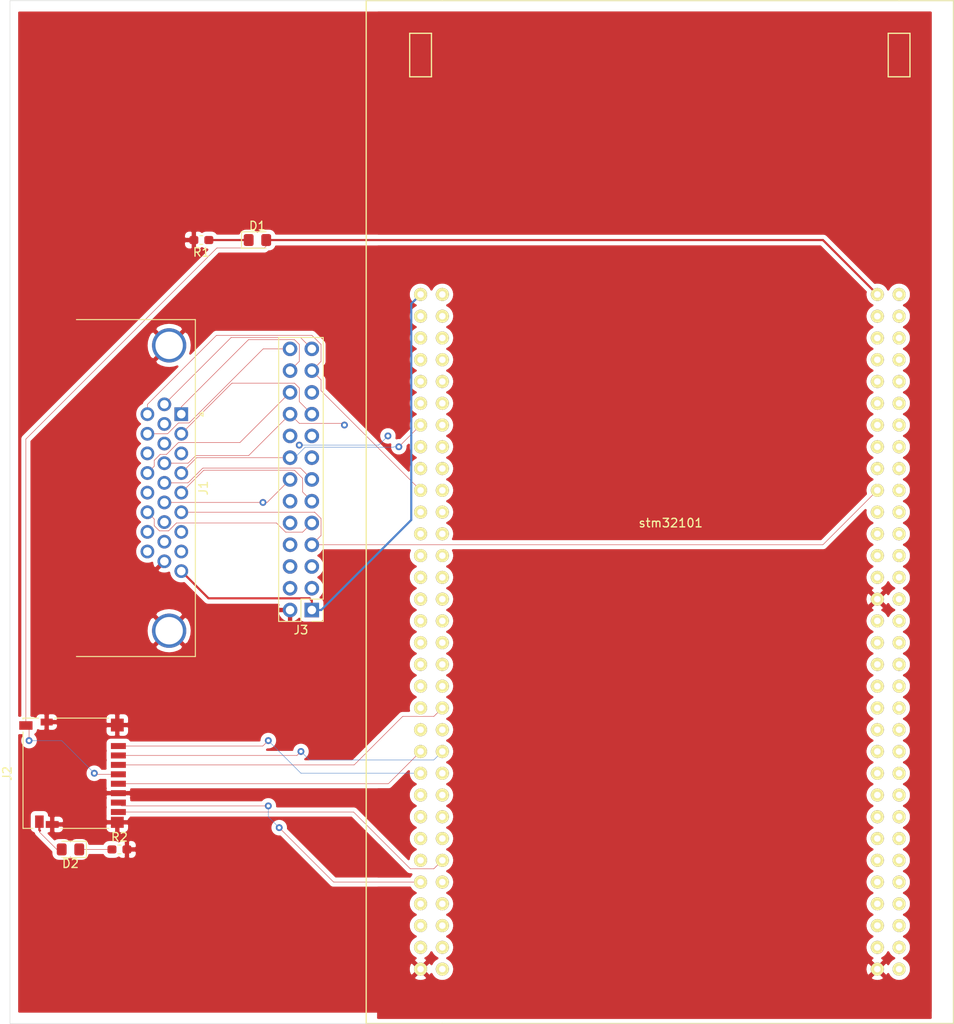
<source format=kicad_pcb>
(kicad_pcb (version 20171130) (host pcbnew 5.1.5+dfsg1-2build2)
  (layers (0 F.Cu signal) (1 In1.Cu signal) (2 In2.Cu signal) (31 B.Cu signal) (34 B.Paste user) (35 F.Paste user) (36 B.SilkS user) (37 F.SilkS user) (38 B.Mask user) (39 F.Mask user) (44 Edge.Cuts user))
  (net 0 "")
  (net 1 GND)
  (net 2 /I2C1_SDA)
  (net 3 /I2C1_SCL)
  (net 4 "Net-(J1-Pad8)")
  (net 5 "Net-(J1-Pad7)")
  (net 6 "Net-(D1-Pad1)")
  (net 7 "Net-(D2-Pad1)")
  (net 8 /SD_DET)
  (net 9 "Net-(J3-Pad10)")
  (net 10 "Net-(J3-Pad8)")
  (net 11 "Net-(J3-Pad6)")
  (net 12 "Net-(J3-Pad5)")
  (net 13 "Net-(J3-Pad4)")
  (net 14 "Net-(J3-Pad3)")
  (net 15 /I2C2_SCL)
  (net 16 /I2C2_SDA)
  (net 17 /PA7)
  (net 18 /PA4)
  (net 19 /PA5)
  (net 20 /PA2)
  (net 21 /PA3)
  (net 22 /PE2)
  (net 23 /PE6)
  (net 24 /PB4)
  (net 25 /PE5)
  (net 26 /SD_DETA)
  (net 27 /PC10)
  (net 28 /PC11)
  (net 29 /PC8)
  (net 30 /PC9)
  (net 31 /PA9)
  (net 32 /PA10)
  (net 33 /PC12)
  (net 34 /PD2)
  (net 35 /PE4)
  (net 36 VCC)
  (net 37 /CAN1_RX)
  (net 38 /CAN1_TX)
  (net 39 "Net-(J1-Pad26)")
  (net 40 "Net-(J1-Pad25)")
  (net 41 "Net-(J1-Pad17)")
  (net 42 "Net-(J1-Pad16)")
  (net 43 "Net-(stm32101-Pad128)")
  (net 44 "Net-(stm32101-Pad66)")
  (net 45 "Net-(stm32101-Pad126)")
  (net 46 "Net-(stm32101-Pad125)")
  (net 47 "Net-(stm32101-Pad124)")
  (net 48 "Net-(stm32101-Pad123)")
  (net 49 "Net-(stm32101-Pad122)")
  (net 50 "Net-(stm32101-Pad121)")
  (net 51 "Net-(stm32101-Pad120)")
  (net 52 "Net-(stm32101-Pad119)")
  (net 53 "Net-(stm32101-Pad118)")
  (net 54 "Net-(stm32101-Pad117)")
  (net 55 "Net-(stm32101-Pad116)")
  (net 56 "Net-(stm32101-Pad115)")
  (net 57 "Net-(stm32101-Pad114)")
  (net 58 "Net-(stm32101-Pad113)")
  (net 59 "Net-(stm32101-Pad110)")
  (net 60 "Net-(stm32101-Pad109)")
  (net 61 "Net-(stm32101-Pad108)")
  (net 62 "Net-(stm32101-Pad107)")
  (net 63 "Net-(stm32101-Pad106)")
  (net 64 "Net-(stm32101-Pad105)")
  (net 65 "Net-(stm32101-Pad104)")
  (net 66 "Net-(stm32101-Pad103)")
  (net 67 "Net-(stm32101-Pad102)")
  (net 68 "Net-(stm32101-Pad101)")
  (net 69 "Net-(stm32101-Pad100)")
  (net 70 "Net-(stm32101-Pad99)")
  (net 71 "Net-(stm32101-Pad98)")
  (net 72 "Net-(stm32101-Pad97)")
  (net 73 "Net-(stm32101-Pad96)")
  (net 74 "Net-(stm32101-Pad95)")
  (net 75 "Net-(stm32101-Pad94)")
  (net 76 "Net-(stm32101-Pad92)")
  (net 77 "Net-(stm32101-Pad91)")
  (net 78 "Net-(stm32101-Pad90)")
  (net 79 "Net-(stm32101-Pad89)")
  (net 80 "Net-(stm32101-Pad88)")
  (net 81 "Net-(stm32101-Pad82)")
  (net 82 "Net-(stm32101-Pad81)")
  (net 83 "Net-(stm32101-Pad80)")
  (net 84 "Net-(stm32101-Pad79)")
  (net 85 "Net-(stm32101-Pad78)")
  (net 86 "Net-(stm32101-Pad77)")
  (net 87 "Net-(stm32101-Pad76)")
  (net 88 "Net-(stm32101-Pad75)")
  (net 89 "Net-(stm32101-Pad74)")
  (net 90 "Net-(stm32101-Pad73)")
  (net 91 "Net-(stm32101-Pad72)")
  (net 92 "Net-(stm32101-Pad71)")
  (net 93 "Net-(stm32101-Pad70)")
  (net 94 "Net-(stm32101-Pad69)")
  (net 95 "Net-(stm32101-Pad68)")
  (net 96 "Net-(stm32101-Pad67)")
  (net 97 "Net-(stm32101-Pad64)")
  (net 98 "Net-(stm32101-Pad62)")
  (net 99 "Net-(stm32101-Pad61)")
  (net 100 "Net-(stm32101-Pad60)")
  (net 101 "Net-(stm32101-Pad59)")
  (net 102 "Net-(stm32101-Pad58)")
  (net 103 "Net-(stm32101-Pad57)")
  (net 104 "Net-(stm32101-Pad56)")
  (net 105 "Net-(stm32101-Pad53)")
  (net 106 "Net-(stm32101-Pad48)")
  (net 107 "Net-(stm32101-Pad47)")
  (net 108 "Net-(stm32101-Pad46)")
  (net 109 "Net-(stm32101-Pad42)")
  (net 110 "Net-(stm32101-Pad41)")
  (net 111 "Net-(stm32101-Pad39)")
  (net 112 "Net-(stm32101-Pad38)")
  (net 113 "Net-(stm32101-Pad37)")
  (net 114 "Net-(stm32101-Pad36)")
  (net 115 "Net-(stm32101-Pad35)")
  (net 116 "Net-(stm32101-Pad34)")
  (net 117 "Net-(stm32101-Pad33)")
  (net 118 "Net-(stm32101-Pad32)")
  (net 119 "Net-(stm32101-Pad31)")
  (net 120 "Net-(stm32101-Pad30)")
  (net 121 "Net-(stm32101-Pad29)")
  (net 122 "Net-(stm32101-Pad28)")
  (net 123 "Net-(stm32101-Pad27)")
  (net 124 "Net-(stm32101-Pad26)")
  (net 125 "Net-(stm32101-Pad23)")
  (net 126 "Net-(stm32101-Pad22)")
  (net 127 "Net-(stm32101-Pad21)")
  (net 128 "Net-(stm32101-Pad20)")
  (net 129 "Net-(stm32101-Pad18)")
  (net 130 "Net-(stm32101-Pad17)")
  (net 131 "Net-(stm32101-Pad16)")
  (net 132 "Net-(stm32101-Pad12)")
  (net 133 "Net-(stm32101-Pad10)")
  (net 134 "Net-(stm32101-Pad9)")
  (net 135 "Net-(stm32101-Pad8)")
  (net 136 "Net-(stm32101-Pad7)")
  (net 137 "Net-(stm32101-Pad6)")
  (net 138 "Net-(stm32101-Pad5)")
  (net 139 "Net-(stm32101-Pad4)")
  (net 140 "Net-(stm32101-Pad3)")
  (net 141 "Net-(stm32101-Pad2)")
  (module LED_SMD:LED_0805_2012Metric_Pad1.15x1.40mm_HandSolder (layer F.Cu) (at 67.065 127 180)
    (fp_text reference D2 (at 0 -1.65) (layer F.SilkS))
    (fp_text value LED)
    (fp_line (start -1.86 0.96) (end 1 0.96) (layer F.SilkS) (width 0.12))
    (fp_line (start -1.86 -0.96) (end -1.86 0.96) (layer F.SilkS) (width 0.12))
    (fp_line (start 1 -0.96) (end -1.86 -0.96) (layer F.SilkS) (width 0.12))
    (pad 2 smd roundrect (at 1.025 0 180) (size 1.15 1.4) (layers F.Cu F.Paste F.Mask) (roundrect_rratio 0.217391) (net 8 /SD_DET))
    (pad 1 smd roundrect (at -1.025 0 180) (size 1.15 1.4) (layers F.Cu F.Paste F.Mask) (roundrect_rratio 0.217391) (net 7 "Net-(D2-Pad1)"))
  )
  (module stm32:stm32f429i-disco (layer F.Cu) (at 137.16 87.63)
    (fp_text reference stm32101 (at 0 1.27) (layer F.SilkS))
    (fp_text value STM32F429i-Discovery)
    (fp_line (start -26.67 -59.69) (end 26.67 -59.69) (layer F.SilkS) (width 0.15))
    (fp_line (start 26.67 59.69) (end -26.67 59.69) (layer F.SilkS) (width 0.15))
    (fp_line (start -30.48 -55.88) (end -27.94 -55.88) (layer F.SilkS) (width 0.15))
    (fp_line (start -27.94 -55.88) (end -27.94 -50.8) (layer F.SilkS) (width 0.15))
    (fp_line (start -27.94 -50.8) (end -30.48 -50.8) (layer F.SilkS) (width 0.15))
    (fp_line (start -30.48 -50.8) (end -30.48 -55.88) (layer F.SilkS) (width 0.15))
    (fp_line (start 27.94 -55.88) (end 27.94 -50.8) (layer F.SilkS) (width 0.15))
    (fp_line (start 27.94 -50.8) (end 25.4 -50.8) (layer F.SilkS) (width 0.15))
    (fp_line (start 25.4 -50.8) (end 25.4 -55.88) (layer F.SilkS) (width 0.15))
    (fp_line (start 25.4 -55.88) (end 27.94 -55.88) (layer F.SilkS) (width 0.15))
    (fp_line (start 33.02 -59.69) (end 26.67 -59.69) (layer F.SilkS) (width 0.15))
    (fp_line (start 33.02 59.69) (end 33.02 -59.69) (layer F.SilkS) (width 0.15))
    (fp_line (start 26.67 59.69) (end 33.02 59.69) (layer F.SilkS) (width 0.15))
    (fp_line (start -35.56 -59.69) (end -26.67 -59.69) (layer F.SilkS) (width 0.15))
    (fp_line (start -35.56 59.69) (end -35.56 -59.69) (layer F.SilkS) (width 0.15))
    (fp_line (start -26.67 59.69) (end -35.56 59.69) (layer F.SilkS) (width 0.15))
    (pad 128 thru_hole circle (at 26.67 53.34) (size 1.524 1.524) (drill 0.762) (layers *.Cu *.Mask F.SilkS) (net 43 "Net-(stm32101-Pad128)"))
    (pad 127 thru_hole circle (at 24.13 53.34) (size 1.524 1.524) (drill 0.762) (layers *.Cu *.Mask F.SilkS) (net 1 GND))
    (pad 126 thru_hole circle (at 26.67 50.8) (size 1.524 1.524) (drill 0.762) (layers *.Cu *.Mask F.SilkS) (net 45 "Net-(stm32101-Pad126)"))
    (pad 125 thru_hole circle (at 24.13 50.8) (size 1.524 1.524) (drill 0.762) (layers *.Cu *.Mask F.SilkS) (net 46 "Net-(stm32101-Pad125)"))
    (pad 124 thru_hole circle (at 26.67 48.26) (size 1.524 1.524) (drill 0.762) (layers *.Cu *.Mask F.SilkS) (net 47 "Net-(stm32101-Pad124)"))
    (pad 123 thru_hole circle (at 24.13 48.26) (size 1.524 1.524) (drill 0.762) (layers *.Cu *.Mask F.SilkS) (net 48 "Net-(stm32101-Pad123)"))
    (pad 122 thru_hole circle (at 26.67 45.72) (size 1.524 1.524) (drill 0.762) (layers *.Cu *.Mask F.SilkS) (net 49 "Net-(stm32101-Pad122)"))
    (pad 121 thru_hole circle (at 24.13 45.72) (size 1.524 1.524) (drill 0.762) (layers *.Cu *.Mask F.SilkS) (net 50 "Net-(stm32101-Pad121)"))
    (pad 120 thru_hole circle (at 26.67 43.18) (size 1.524 1.524) (drill 0.762) (layers *.Cu *.Mask F.SilkS) (net 51 "Net-(stm32101-Pad120)"))
    (pad 119 thru_hole circle (at 24.13 43.18) (size 1.524 1.524) (drill 0.762) (layers *.Cu *.Mask F.SilkS) (net 52 "Net-(stm32101-Pad119)"))
    (pad 118 thru_hole circle (at 26.67 40.64) (size 1.524 1.524) (drill 0.762) (layers *.Cu *.Mask F.SilkS) (net 53 "Net-(stm32101-Pad118)"))
    (pad 117 thru_hole circle (at 24.13 40.64) (size 1.524 1.524) (drill 0.762) (layers *.Cu *.Mask F.SilkS) (net 54 "Net-(stm32101-Pad117)"))
    (pad 116 thru_hole circle (at 26.67 38.1) (size 1.524 1.524) (drill 0.762) (layers *.Cu *.Mask F.SilkS) (net 55 "Net-(stm32101-Pad116)"))
    (pad 115 thru_hole circle (at 24.13 38.1) (size 1.524 1.524) (drill 0.762) (layers *.Cu *.Mask F.SilkS) (net 56 "Net-(stm32101-Pad115)"))
    (pad 114 thru_hole circle (at 26.67 35.56) (size 1.524 1.524) (drill 0.762) (layers *.Cu *.Mask F.SilkS) (net 57 "Net-(stm32101-Pad114)"))
    (pad 113 thru_hole circle (at 24.13 35.56) (size 1.524 1.524) (drill 0.762) (layers *.Cu *.Mask F.SilkS) (net 58 "Net-(stm32101-Pad113)"))
    (pad 112 thru_hole circle (at 26.67 33.02) (size 1.524 1.524) (drill 0.762) (layers *.Cu *.Mask F.SilkS) (net 15 /I2C2_SCL))
    (pad 111 thru_hole circle (at 24.13 33.02) (size 1.524 1.524) (drill 0.762) (layers *.Cu *.Mask F.SilkS) (net 16 /I2C2_SDA))
    (pad 110 thru_hole circle (at 26.67 30.48) (size 1.524 1.524) (drill 0.762) (layers *.Cu *.Mask F.SilkS) (net 59 "Net-(stm32101-Pad110)"))
    (pad 109 thru_hole circle (at 24.13 30.48) (size 1.524 1.524) (drill 0.762) (layers *.Cu *.Mask F.SilkS) (net 60 "Net-(stm32101-Pad109)"))
    (pad 108 thru_hole circle (at 26.67 27.94) (size 1.524 1.524) (drill 0.762) (layers *.Cu *.Mask F.SilkS) (net 61 "Net-(stm32101-Pad108)"))
    (pad 107 thru_hole circle (at 24.13 27.94) (size 1.524 1.524) (drill 0.762) (layers *.Cu *.Mask F.SilkS) (net 62 "Net-(stm32101-Pad107)"))
    (pad 106 thru_hole circle (at 26.67 25.4) (size 1.524 1.524) (drill 0.762) (layers *.Cu *.Mask F.SilkS) (net 63 "Net-(stm32101-Pad106)"))
    (pad 105 thru_hole circle (at 24.13 25.4) (size 1.524 1.524) (drill 0.762) (layers *.Cu *.Mask F.SilkS) (net 64 "Net-(stm32101-Pad105)"))
    (pad 104 thru_hole circle (at 26.67 22.86) (size 1.524 1.524) (drill 0.762) (layers *.Cu *.Mask F.SilkS) (net 65 "Net-(stm32101-Pad104)"))
    (pad 103 thru_hole circle (at 24.13 22.86) (size 1.524 1.524) (drill 0.762) (layers *.Cu *.Mask F.SilkS) (net 66 "Net-(stm32101-Pad103)"))
    (pad 102 thru_hole circle (at 26.67 20.32) (size 1.524 1.524) (drill 0.762) (layers *.Cu *.Mask F.SilkS) (net 67 "Net-(stm32101-Pad102)"))
    (pad 101 thru_hole circle (at 24.13 20.32) (size 1.524 1.524) (drill 0.762) (layers *.Cu *.Mask F.SilkS) (net 68 "Net-(stm32101-Pad101)"))
    (pad 100 thru_hole circle (at 26.67 17.78) (size 1.524 1.524) (drill 0.762) (layers *.Cu *.Mask F.SilkS) (net 69 "Net-(stm32101-Pad100)"))
    (pad 99 thru_hole circle (at 24.13 17.78) (size 1.524 1.524) (drill 0.762) (layers *.Cu *.Mask F.SilkS) (net 70 "Net-(stm32101-Pad99)"))
    (pad 98 thru_hole circle (at 26.67 15.24) (size 1.524 1.524) (drill 0.762) (layers *.Cu *.Mask F.SilkS) (net 71 "Net-(stm32101-Pad98)"))
    (pad 97 thru_hole circle (at 24.13 15.24) (size 1.524 1.524) (drill 0.762) (layers *.Cu *.Mask F.SilkS) (net 72 "Net-(stm32101-Pad97)"))
    (pad 96 thru_hole circle (at 26.67 12.7) (size 1.524 1.524) (drill 0.762) (layers *.Cu *.Mask F.SilkS) (net 73 "Net-(stm32101-Pad96)"))
    (pad 95 thru_hole circle (at 24.13 12.7) (size 1.524 1.524) (drill 0.762) (layers *.Cu *.Mask F.SilkS) (net 74 "Net-(stm32101-Pad95)"))
    (pad 94 thru_hole circle (at 26.67 10.16) (size 1.524 1.524) (drill 0.762) (layers *.Cu *.Mask F.SilkS) (net 75 "Net-(stm32101-Pad94)"))
    (pad 93 thru_hole circle (at 24.13 10.16) (size 1.524 1.524) (drill 0.762) (layers *.Cu *.Mask F.SilkS) (net 1 GND))
    (pad 92 thru_hole circle (at 26.67 7.62) (size 1.524 1.524) (drill 0.762) (layers *.Cu *.Mask F.SilkS) (net 76 "Net-(stm32101-Pad92)"))
    (pad 91 thru_hole circle (at 24.13 7.62) (size 1.524 1.524) (drill 0.762) (layers *.Cu *.Mask F.SilkS) (net 77 "Net-(stm32101-Pad91)"))
    (pad 90 thru_hole circle (at 26.67 5.08) (size 1.524 1.524) (drill 0.762) (layers *.Cu *.Mask F.SilkS) (net 78 "Net-(stm32101-Pad90)"))
    (pad 89 thru_hole circle (at 24.13 5.08) (size 1.524 1.524) (drill 0.762) (layers *.Cu *.Mask F.SilkS) (net 79 "Net-(stm32101-Pad89)"))
    (pad 88 thru_hole circle (at 26.67 2.54) (size 1.524 1.524) (drill 0.762) (layers *.Cu *.Mask F.SilkS) (net 80 "Net-(stm32101-Pad88)"))
    (pad 87 thru_hole circle (at 24.13 2.54) (size 1.524 1.524) (drill 0.762) (layers *.Cu *.Mask F.SilkS) (net 17 /PA7))
    (pad 86 thru_hole circle (at 26.67 0) (size 1.524 1.524) (drill 0.762) (layers *.Cu *.Mask F.SilkS) (net 18 /PA4))
    (pad 85 thru_hole circle (at 24.13 0) (size 1.524 1.524) (drill 0.762) (layers *.Cu *.Mask F.SilkS) (net 19 /PA5))
    (pad 84 thru_hole circle (at 26.67 -2.54) (size 1.524 1.524) (drill 0.762) (layers *.Cu *.Mask F.SilkS) (net 20 /PA2))
    (pad 83 thru_hole circle (at 24.13 -2.54) (size 1.524 1.524) (drill 0.762) (layers *.Cu *.Mask F.SilkS) (net 21 /PA3))
    (pad 82 thru_hole circle (at 26.67 -5.08) (size 1.524 1.524) (drill 0.762) (layers *.Cu *.Mask F.SilkS) (net 81 "Net-(stm32101-Pad82)"))
    (pad 81 thru_hole circle (at 24.13 -5.08) (size 1.524 1.524) (drill 0.762) (layers *.Cu *.Mask F.SilkS) (net 82 "Net-(stm32101-Pad81)"))
    (pad 80 thru_hole circle (at 26.67 -7.62) (size 1.524 1.524) (drill 0.762) (layers *.Cu *.Mask F.SilkS) (net 83 "Net-(stm32101-Pad80)"))
    (pad 79 thru_hole circle (at 24.13 -7.62) (size 1.524 1.524) (drill 0.762) (layers *.Cu *.Mask F.SilkS) (net 84 "Net-(stm32101-Pad79)"))
    (pad 78 thru_hole circle (at 26.67 -10.16) (size 1.524 1.524) (drill 0.762) (layers *.Cu *.Mask F.SilkS) (net 85 "Net-(stm32101-Pad78)"))
    (pad 77 thru_hole circle (at 24.13 -10.16) (size 1.524 1.524) (drill 0.762) (layers *.Cu *.Mask F.SilkS) (net 86 "Net-(stm32101-Pad77)"))
    (pad 76 thru_hole circle (at 26.67 -12.7) (size 1.524 1.524) (drill 0.762) (layers *.Cu *.Mask F.SilkS) (net 87 "Net-(stm32101-Pad76)"))
    (pad 75 thru_hole circle (at 24.13 -12.7) (size 1.524 1.524) (drill 0.762) (layers *.Cu *.Mask F.SilkS) (net 88 "Net-(stm32101-Pad75)"))
    (pad 74 thru_hole circle (at 26.67 -15.24) (size 1.524 1.524) (drill 0.762) (layers *.Cu *.Mask F.SilkS) (net 89 "Net-(stm32101-Pad74)"))
    (pad 73 thru_hole circle (at 24.13 -15.24) (size 1.524 1.524) (drill 0.762) (layers *.Cu *.Mask F.SilkS) (net 90 "Net-(stm32101-Pad73)"))
    (pad 72 thru_hole circle (at 26.67 -17.78) (size 1.524 1.524) (drill 0.762) (layers *.Cu *.Mask F.SilkS) (net 91 "Net-(stm32101-Pad72)"))
    (pad 71 thru_hole circle (at 24.13 -17.78) (size 1.524 1.524) (drill 0.762) (layers *.Cu *.Mask F.SilkS) (net 92 "Net-(stm32101-Pad71)"))
    (pad 70 thru_hole circle (at 26.67 -20.32) (size 1.524 1.524) (drill 0.762) (layers *.Cu *.Mask F.SilkS) (net 93 "Net-(stm32101-Pad70)"))
    (pad 69 thru_hole circle (at 24.13 -20.32) (size 1.524 1.524) (drill 0.762) (layers *.Cu *.Mask F.SilkS) (net 94 "Net-(stm32101-Pad69)"))
    (pad 68 thru_hole circle (at 26.67 -22.86) (size 1.524 1.524) (drill 0.762) (layers *.Cu *.Mask F.SilkS) (net 95 "Net-(stm32101-Pad68)"))
    (pad 67 thru_hole circle (at 24.13 -22.86) (size 1.524 1.524) (drill 0.762) (layers *.Cu *.Mask F.SilkS) (net 96 "Net-(stm32101-Pad67)"))
    (pad 66 thru_hole circle (at 26.67 -25.4) (size 1.524 1.524) (drill 0.762) (layers *.Cu *.Mask F.SilkS) (net 44 "Net-(stm32101-Pad66)"))
    (pad 65 thru_hole circle (at 24.13 -25.4) (size 1.524 1.524) (drill 0.762) (layers *.Cu *.Mask F.SilkS) (net 26 /SD_DETA))
    (pad 64 thru_hole circle (at -26.67 53.34) (size 1.524 1.524) (drill 0.762) (layers *.Cu *.Mask F.SilkS) (net 97 "Net-(stm32101-Pad64)"))
    (pad 63 thru_hole circle (at -29.21 53.34) (size 1.524 1.524) (drill 0.762) (layers *.Cu *.Mask F.SilkS) (net 1 GND))
    (pad 62 thru_hole circle (at -26.67 50.8) (size 1.524 1.524) (drill 0.762) (layers *.Cu *.Mask F.SilkS) (net 98 "Net-(stm32101-Pad62)"))
    (pad 61 thru_hole circle (at -29.21 50.8) (size 1.524 1.524) (drill 0.762) (layers *.Cu *.Mask F.SilkS) (net 99 "Net-(stm32101-Pad61)"))
    (pad 60 thru_hole circle (at -26.67 48.26) (size 1.524 1.524) (drill 0.762) (layers *.Cu *.Mask F.SilkS) (net 100 "Net-(stm32101-Pad60)"))
    (pad 59 thru_hole circle (at -29.21 48.26) (size 1.524 1.524) (drill 0.762) (layers *.Cu *.Mask F.SilkS) (net 101 "Net-(stm32101-Pad59)"))
    (pad 58 thru_hole circle (at -26.67 45.72) (size 1.524 1.524) (drill 0.762) (layers *.Cu *.Mask F.SilkS) (net 102 "Net-(stm32101-Pad58)"))
    (pad 57 thru_hole circle (at -29.21 45.72) (size 1.524 1.524) (drill 0.762) (layers *.Cu *.Mask F.SilkS) (net 103 "Net-(stm32101-Pad57)"))
    (pad 56 thru_hole circle (at -26.67 43.18) (size 1.524 1.524) (drill 0.762) (layers *.Cu *.Mask F.SilkS) (net 104 "Net-(stm32101-Pad56)"))
    (pad 55 thru_hole circle (at -29.21 43.18) (size 1.524 1.524) (drill 0.762) (layers *.Cu *.Mask F.SilkS) (net 29 /PC8))
    (pad 54 thru_hole circle (at -26.67 40.64) (size 1.524 1.524) (drill 0.762) (layers *.Cu *.Mask F.SilkS) (net 30 /PC9))
    (pad 53 thru_hole circle (at -29.21 40.64) (size 1.524 1.524) (drill 0.762) (layers *.Cu *.Mask F.SilkS) (net 105 "Net-(stm32101-Pad53)"))
    (pad 52 thru_hole circle (at -26.67 38.1) (size 1.524 1.524) (drill 0.762) (layers *.Cu *.Mask F.SilkS) (net 31 /PA9))
    (pad 51 thru_hole circle (at -29.21 38.1) (size 1.524 1.524) (drill 0.762) (layers *.Cu *.Mask F.SilkS) (net 32 /PA10))
    (pad 50 thru_hole circle (at -26.67 35.56) (size 1.524 1.524) (drill 0.762) (layers *.Cu *.Mask F.SilkS) (net 37 /CAN1_RX))
    (pad 49 thru_hole circle (at -29.21 35.56) (size 1.524 1.524) (drill 0.762) (layers *.Cu *.Mask F.SilkS) (net 38 /CAN1_TX))
    (pad 48 thru_hole circle (at -26.67 33.02) (size 1.524 1.524) (drill 0.762) (layers *.Cu *.Mask F.SilkS) (net 106 "Net-(stm32101-Pad48)"))
    (pad 47 thru_hole circle (at -29.21 33.02) (size 1.524 1.524) (drill 0.762) (layers *.Cu *.Mask F.SilkS) (net 107 "Net-(stm32101-Pad47)"))
    (pad 46 thru_hole circle (at -26.67 30.48) (size 1.524 1.524) (drill 0.762) (layers *.Cu *.Mask F.SilkS) (net 108 "Net-(stm32101-Pad46)"))
    (pad 45 thru_hole circle (at -29.21 30.48) (size 1.524 1.524) (drill 0.762) (layers *.Cu *.Mask F.SilkS) (net 27 /PC10))
    (pad 44 thru_hole circle (at -26.67 27.94) (size 1.524 1.524) (drill 0.762) (layers *.Cu *.Mask F.SilkS) (net 28 /PC11))
    (pad 43 thru_hole circle (at -29.21 27.94) (size 1.524 1.524) (drill 0.762) (layers *.Cu *.Mask F.SilkS) (net 33 /PC12))
    (pad 42 thru_hole circle (at -26.67 25.4) (size 1.524 1.524) (drill 0.762) (layers *.Cu *.Mask F.SilkS) (net 109 "Net-(stm32101-Pad42)"))
    (pad 41 thru_hole circle (at -29.21 25.4) (size 1.524 1.524) (drill 0.762) (layers *.Cu *.Mask F.SilkS) (net 110 "Net-(stm32101-Pad41)"))
    (pad 40 thru_hole circle (at -26.67 22.86) (size 1.524 1.524) (drill 0.762) (layers *.Cu *.Mask F.SilkS) (net 34 /PD2))
    (pad 39 thru_hole circle (at -29.21 22.86) (size 1.524 1.524) (drill 0.762) (layers *.Cu *.Mask F.SilkS) (net 111 "Net-(stm32101-Pad39)"))
    (pad 38 thru_hole circle (at -26.67 20.32) (size 1.524 1.524) (drill 0.762) (layers *.Cu *.Mask F.SilkS) (net 112 "Net-(stm32101-Pad38)"))
    (pad 37 thru_hole circle (at -29.21 20.32) (size 1.524 1.524) (drill 0.762) (layers *.Cu *.Mask F.SilkS) (net 113 "Net-(stm32101-Pad37)"))
    (pad 36 thru_hole circle (at -26.67 17.78) (size 1.524 1.524) (drill 0.762) (layers *.Cu *.Mask F.SilkS) (net 114 "Net-(stm32101-Pad36)"))
    (pad 35 thru_hole circle (at -29.21 17.78) (size 1.524 1.524) (drill 0.762) (layers *.Cu *.Mask F.SilkS) (net 115 "Net-(stm32101-Pad35)"))
    (pad 34 thru_hole circle (at -26.67 15.24) (size 1.524 1.524) (drill 0.762) (layers *.Cu *.Mask F.SilkS) (net 116 "Net-(stm32101-Pad34)"))
    (pad 33 thru_hole circle (at -29.21 15.24) (size 1.524 1.524) (drill 0.762) (layers *.Cu *.Mask F.SilkS) (net 117 "Net-(stm32101-Pad33)"))
    (pad 32 thru_hole circle (at -26.67 12.7) (size 1.524 1.524) (drill 0.762) (layers *.Cu *.Mask F.SilkS) (net 118 "Net-(stm32101-Pad32)"))
    (pad 31 thru_hole circle (at -29.21 12.7) (size 1.524 1.524) (drill 0.762) (layers *.Cu *.Mask F.SilkS) (net 119 "Net-(stm32101-Pad31)"))
    (pad 30 thru_hole circle (at -26.67 10.16) (size 1.524 1.524) (drill 0.762) (layers *.Cu *.Mask F.SilkS) (net 120 "Net-(stm32101-Pad30)"))
    (pad 29 thru_hole circle (at -29.21 10.16) (size 1.524 1.524) (drill 0.762) (layers *.Cu *.Mask F.SilkS) (net 121 "Net-(stm32101-Pad29)"))
    (pad 28 thru_hole circle (at -26.67 7.62) (size 1.524 1.524) (drill 0.762) (layers *.Cu *.Mask F.SilkS) (net 122 "Net-(stm32101-Pad28)"))
    (pad 27 thru_hole circle (at -29.21 7.62) (size 1.524 1.524) (drill 0.762) (layers *.Cu *.Mask F.SilkS) (net 123 "Net-(stm32101-Pad27)"))
    (pad 26 thru_hole circle (at -26.67 5.08) (size 1.524 1.524) (drill 0.762) (layers *.Cu *.Mask F.SilkS) (net 124 "Net-(stm32101-Pad26)"))
    (pad 25 thru_hole circle (at -29.21 5.08) (size 1.524 1.524) (drill 0.762) (layers *.Cu *.Mask F.SilkS) (net 24 /PB4))
    (pad 24 thru_hole circle (at -26.67 2.54) (size 1.524 1.524) (drill 0.762) (layers *.Cu *.Mask F.SilkS) (net 2 /I2C1_SDA))
    (pad 23 thru_hole circle (at -29.21 2.54) (size 1.524 1.524) (drill 0.762) (layers *.Cu *.Mask F.SilkS) (net 125 "Net-(stm32101-Pad23)"))
    (pad 22 thru_hole circle (at -26.67 0) (size 1.524 1.524) (drill 0.762) (layers *.Cu *.Mask F.SilkS) (net 126 "Net-(stm32101-Pad22)"))
    (pad 21 thru_hole circle (at -29.21 0) (size 1.524 1.524) (drill 0.762) (layers *.Cu *.Mask F.SilkS) (net 127 "Net-(stm32101-Pad21)"))
    (pad 20 thru_hole circle (at -26.67 -2.54) (size 1.524 1.524) (drill 0.762) (layers *.Cu *.Mask F.SilkS) (net 128 "Net-(stm32101-Pad20)"))
    (pad 19 thru_hole circle (at -29.21 -2.54) (size 1.524 1.524) (drill 0.762) (layers *.Cu *.Mask F.SilkS) (net 3 /I2C1_SCL))
    (pad 18 thru_hole circle (at -26.67 -5.08) (size 1.524 1.524) (drill 0.762) (layers *.Cu *.Mask F.SilkS) (net 129 "Net-(stm32101-Pad18)"))
    (pad 17 thru_hole circle (at -29.21 -5.08) (size 1.524 1.524) (drill 0.762) (layers *.Cu *.Mask F.SilkS) (net 130 "Net-(stm32101-Pad17)"))
    (pad 16 thru_hole circle (at -26.67 -7.62) (size 1.524 1.524) (drill 0.762) (layers *.Cu *.Mask F.SilkS) (net 131 "Net-(stm32101-Pad16)"))
    (pad 15 thru_hole circle (at -29.21 -7.62) (size 1.524 1.524) (drill 0.762) (layers *.Cu *.Mask F.SilkS) (net 22 /PE2))
    (pad 14 thru_hole circle (at -26.67 -10.16) (size 1.524 1.524) (drill 0.762) (layers *.Cu *.Mask F.SilkS) (net 25 /PE5))
    (pad 13 thru_hole circle (at -29.21 -10.16) (size 1.524 1.524) (drill 0.762) (layers *.Cu *.Mask F.SilkS) (net 35 /PE4))
    (pad 12 thru_hole circle (at -26.67 -12.7) (size 1.524 1.524) (drill 0.762) (layers *.Cu *.Mask F.SilkS) (net 132 "Net-(stm32101-Pad12)"))
    (pad 11 thru_hole circle (at -29.21 -12.7) (size 1.524 1.524) (drill 0.762) (layers *.Cu *.Mask F.SilkS) (net 23 /PE6))
    (pad 10 thru_hole circle (at -26.67 -15.24) (size 1.524 1.524) (drill 0.762) (layers *.Cu *.Mask F.SilkS) (net 133 "Net-(stm32101-Pad10)"))
    (pad 9 thru_hole circle (at -29.21 -15.24) (size 1.524 1.524) (drill 0.762) (layers *.Cu *.Mask F.SilkS) (net 134 "Net-(stm32101-Pad9)"))
    (pad 8 thru_hole circle (at -26.67 -17.78) (size 1.524 1.524) (drill 0.762) (layers *.Cu *.Mask F.SilkS) (net 135 "Net-(stm32101-Pad8)"))
    (pad 7 thru_hole circle (at -29.21 -17.78) (size 1.524 1.524) (drill 0.762) (layers *.Cu *.Mask F.SilkS) (net 136 "Net-(stm32101-Pad7)"))
    (pad 6 thru_hole circle (at -26.67 -20.32) (size 1.524 1.524) (drill 0.762) (layers *.Cu *.Mask F.SilkS) (net 137 "Net-(stm32101-Pad6)"))
    (pad 5 thru_hole circle (at -29.21 -20.32) (size 1.524 1.524) (drill 0.762) (layers *.Cu *.Mask F.SilkS) (net 138 "Net-(stm32101-Pad5)"))
    (pad 4 thru_hole circle (at -26.67 -22.86) (size 1.524 1.524) (drill 0.762) (layers *.Cu *.Mask F.SilkS) (net 139 "Net-(stm32101-Pad4)"))
    (pad 3 thru_hole circle (at -29.21 -22.86) (size 1.524 1.524) (drill 0.762) (layers *.Cu *.Mask F.SilkS) (net 140 "Net-(stm32101-Pad3)"))
    (pad 2 thru_hole circle (at -26.67 -25.4) (size 1.524 1.524) (drill 0.762) (layers *.Cu *.Mask F.SilkS) (net 141 "Net-(stm32101-Pad2)"))
    (pad 1 thru_hole circle (at -29.21 -25.4) (size 1.524 1.524) (drill 0.762) (layers *.Cu *.Mask F.SilkS) (net 36 VCC))
  )
  (module Connector_PinHeader_2.54mm:PinHeader_2x13_P2.54mm_Vertical (layer F.Cu) (at 95.25 99.06 180)
    (fp_text reference J3 (at 1.27 -2.33) (layer F.SilkS))
    (fp_text value HEADER_13x2)
    (fp_line (start -1.33 -1.33) (end 0 -1.33) (layer F.SilkS) (width 0.12))
    (fp_line (start -1.33 0) (end -1.33 -1.33) (layer F.SilkS) (width 0.12))
    (fp_line (start 1.27 -1.33) (end 3.87 -1.33) (layer F.SilkS) (width 0.12))
    (fp_line (start 1.27 1.27) (end 1.27 -1.33) (layer F.SilkS) (width 0.12))
    (fp_line (start -1.33 1.27) (end 1.27 1.27) (layer F.SilkS) (width 0.12))
    (fp_line (start 3.87 -1.33) (end 3.87 31.81) (layer F.SilkS) (width 0.12))
    (fp_line (start -1.33 1.27) (end -1.33 31.81) (layer F.SilkS) (width 0.12))
    (fp_line (start -1.33 31.81) (end 3.87 31.81) (layer F.SilkS) (width 0.12))
    (pad 26 thru_hole oval (at 2.54 30.48 180) (size 1.7 1.7) (drill 1) (layers *.Cu *.Mask) (net 15 /I2C2_SCL))
    (pad 25 thru_hole oval (at 0 30.48 180) (size 1.7 1.7) (drill 1) (layers *.Cu *.Mask) (net 2 /I2C1_SDA))
    (pad 24 thru_hole oval (at 2.54 27.94 180) (size 1.7 1.7) (drill 1) (layers *.Cu *.Mask) (net 16 /I2C2_SDA))
    (pad 23 thru_hole oval (at 0 27.94 180) (size 1.7 1.7) (drill 1) (layers *.Cu *.Mask) (net 3 /I2C1_SCL))
    (pad 22 thru_hole oval (at 2.54 25.4 180) (size 1.7 1.7) (drill 1) (layers *.Cu *.Mask) (net 23 /PE6))
    (pad 21 thru_hole oval (at 0 25.4 180) (size 1.7 1.7) (drill 1) (layers *.Cu *.Mask) (net 19 /PA5))
    (pad 20 thru_hole oval (at 2.54 22.86 180) (size 1.7 1.7) (drill 1) (layers *.Cu *.Mask) (net 25 /PE5))
    (pad 19 thru_hole oval (at 0 22.86 180) (size 1.7 1.7) (drill 1) (layers *.Cu *.Mask) (net 24 /PB4))
    (pad 18 thru_hole oval (at 2.54 20.32 180) (size 1.7 1.7) (drill 1) (layers *.Cu *.Mask) (net 22 /PE2))
    (pad 17 thru_hole oval (at 0 20.32 180) (size 1.7 1.7) (drill 1) (layers *.Cu *.Mask) (net 17 /PA7))
    (pad 16 thru_hole oval (at 2.54 17.78 180) (size 1.7 1.7) (drill 1) (layers *.Cu *.Mask) (net 35 /PE4))
    (pad 15 thru_hole oval (at 0 17.78 180) (size 1.7 1.7) (drill 1) (layers *.Cu *.Mask) (net 18 /PA4))
    (pad 14 thru_hole oval (at 2.54 15.24 180) (size 1.7 1.7) (drill 1) (layers *.Cu *.Mask) (net 31 /PA9))
    (pad 13 thru_hole oval (at 0 15.24 180) (size 1.7 1.7) (drill 1) (layers *.Cu *.Mask) (net 37 /CAN1_RX))
    (pad 12 thru_hole oval (at 2.54 12.7 180) (size 1.7 1.7) (drill 1) (layers *.Cu *.Mask) (net 32 /PA10))
    (pad 11 thru_hole oval (at 0 12.7 180) (size 1.7 1.7) (drill 1) (layers *.Cu *.Mask) (net 38 /CAN1_TX))
    (pad 10 thru_hole oval (at 2.54 10.16 180) (size 1.7 1.7) (drill 1) (layers *.Cu *.Mask) (net 9 "Net-(J3-Pad10)"))
    (pad 9 thru_hole oval (at 0 10.16 180) (size 1.7 1.7) (drill 1) (layers *.Cu *.Mask) (net 20 /PA2))
    (pad 8 thru_hole oval (at 2.54 7.62 180) (size 1.7 1.7) (drill 1) (layers *.Cu *.Mask) (net 10 "Net-(J3-Pad8)"))
    (pad 7 thru_hole oval (at 0 7.62 180) (size 1.7 1.7) (drill 1) (layers *.Cu *.Mask) (net 21 /PA3))
    (pad 6 thru_hole oval (at 2.54 5.08 180) (size 1.7 1.7) (drill 1) (layers *.Cu *.Mask) (net 11 "Net-(J3-Pad6)"))
    (pad 5 thru_hole oval (at 0 5.08 180) (size 1.7 1.7) (drill 1) (layers *.Cu *.Mask) (net 12 "Net-(J3-Pad5)"))
    (pad 4 thru_hole oval (at 2.54 2.54 180) (size 1.7 1.7) (drill 1) (layers *.Cu *.Mask) (net 13 "Net-(J3-Pad4)"))
    (pad 3 thru_hole oval (at 0 2.54 180) (size 1.7 1.7) (drill 1) (layers *.Cu *.Mask) (net 14 "Net-(J3-Pad3)"))
    (pad 2 thru_hole oval (at 2.54 0 180) (size 1.7 1.7) (drill 1) (layers *.Cu *.Mask) (net 1 GND))
    (pad 1 thru_hole rect (at 0 0 180) (size 1.7 1.7) (drill 1) (layers *.Cu *.Mask) (net 36 VCC))
  )
  (module Connector_Dsub:DSUB-26-HD_Male_Horizontal_P2.29x1.98mm_EdgePinOffset8.35mm_Housed_MountingHolesOffset10.89mm (layer F.Cu) (at 80.01 76.2 270)
    (fp_text reference J1 (at 8.625 -2.58 90) (layer F.SilkS))
    (fp_text value DB26_Male_HighDensity_MountingHoles)
    (fp_line (start 0 -2.101325) (end -0.25 -2.534338) (layer F.SilkS) (width 0.12))
    (fp_line (start 0.25 -2.534338) (end 0 -2.101325) (layer F.SilkS) (width 0.12))
    (fp_line (start -0.25 -2.534338) (end 0.25 -2.534338) (layer F.SilkS) (width 0.12))
    (fp_line (start 28.285 -1.64) (end 28.285 12.25) (layer F.SilkS) (width 0.12))
    (fp_line (start -11.035 -1.64) (end 28.285 -1.64) (layer F.SilkS) (width 0.12))
    (fp_line (start -11.035 12.25) (end -11.035 -1.64) (layer F.SilkS) (width 0.12))
    (pad 0 thru_hole circle (at 25.275 1.42 270) (size 4 4) (drill 3.2) (layers *.Cu *.Mask) (net 1 GND))
    (pad 0 thru_hole circle (at -8.025 1.42 270) (size 4 4) (drill 3.2) (layers *.Cu *.Mask) (net 1 GND))
    (pad 26 thru_hole circle (at 16.03 3.96 270) (size 1.6 1.6) (drill 1) (layers *.Cu *.Mask) (net 39 "Net-(J1-Pad26)"))
    (pad 25 thru_hole circle (at 13.74 3.96 270) (size 1.6 1.6) (drill 1) (layers *.Cu *.Mask) (net 40 "Net-(J1-Pad25)"))
    (pad 24 thru_hole circle (at 11.45 3.96 270) (size 1.6 1.6) (drill 1) (layers *.Cu *.Mask) (net 20 /PA2))
    (pad 23 thru_hole circle (at 9.16 3.96 270) (size 1.6 1.6) (drill 1) (layers *.Cu *.Mask) (net 32 /PA10))
    (pad 22 thru_hole circle (at 6.87 3.96 270) (size 1.6 1.6) (drill 1) (layers *.Cu *.Mask) (net 23 /PE6))
    (pad 21 thru_hole circle (at 4.58 3.96 270) (size 1.6 1.6) (drill 1) (layers *.Cu *.Mask) (net 22 /PE2))
    (pad 20 thru_hole circle (at 2.29 3.96 270) (size 1.6 1.6) (drill 1) (layers *.Cu *.Mask) (net 15 /I2C2_SCL))
    (pad 19 thru_hole circle (at 0 3.96 270) (size 1.6 1.6) (drill 1) (layers *.Cu *.Mask) (net 3 /I2C1_SCL))
    (pad 18 thru_hole circle (at 17.175 1.98 270) (size 1.6 1.6) (drill 1) (layers *.Cu *.Mask) (net 1 GND))
    (pad 17 thru_hole circle (at 14.885 1.98 270) (size 1.6 1.6) (drill 1) (layers *.Cu *.Mask) (net 41 "Net-(J1-Pad17)"))
    (pad 16 thru_hole circle (at 12.595 1.98 270) (size 1.6 1.6) (drill 1) (layers *.Cu *.Mask) (net 42 "Net-(J1-Pad16)"))
    (pad 15 thru_hole circle (at 10.305 1.98 270) (size 1.6 1.6) (drill 1) (layers *.Cu *.Mask) (net 31 /PA9))
    (pad 14 thru_hole circle (at 8.015 1.98 270) (size 1.6 1.6) (drill 1) (layers *.Cu *.Mask) (net 37 /CAN1_RX))
    (pad 13 thru_hole circle (at 5.725 1.98 270) (size 1.6 1.6) (drill 1) (layers *.Cu *.Mask) (net 25 /PE5))
    (pad 12 thru_hole circle (at 3.435 1.98 270) (size 1.6 1.6) (drill 1) (layers *.Cu *.Mask) (net 17 /PA7))
    (pad 11 thru_hole circle (at 1.145 1.98 270) (size 1.6 1.6) (drill 1) (layers *.Cu *.Mask) (net 19 /PA5))
    (pad 10 thru_hole circle (at -1.145 1.98 270) (size 1.6 1.6) (drill 1) (layers *.Cu *.Mask) (net 2 /I2C1_SDA))
    (pad 9 thru_hole circle (at 18.32 0 270) (size 1.6 1.6) (drill 1) (layers *.Cu *.Mask) (net 36 VCC))
    (pad 8 thru_hole circle (at 16.03 0 270) (size 1.6 1.6) (drill 1) (layers *.Cu *.Mask) (net 4 "Net-(J1-Pad8)"))
    (pad 7 thru_hole circle (at 13.74 0 270) (size 1.6 1.6) (drill 1) (layers *.Cu *.Mask) (net 5 "Net-(J1-Pad7)"))
    (pad 6 thru_hole circle (at 11.45 0 270) (size 1.6 1.6) (drill 1) (layers *.Cu *.Mask) (net 21 /PA3))
    (pad 5 thru_hole circle (at 9.16 0 270) (size 1.6 1.6) (drill 1) (layers *.Cu *.Mask) (net 38 /CAN1_TX))
    (pad 4 thru_hole circle (at 6.87 0 270) (size 1.6 1.6) (drill 1) (layers *.Cu *.Mask) (net 35 /PE4))
    (pad 3 thru_hole circle (at 4.58 0 270) (size 1.6 1.6) (drill 1) (layers *.Cu *.Mask) (net 18 /PA4))
    (pad 2 thru_hole circle (at 2.29 0 270) (size 1.6 1.6) (drill 1) (layers *.Cu *.Mask) (net 24 /PB4))
    (pad 1 thru_hole rect (at 0 0 270) (size 1.6 1.6) (drill 1) (layers *.Cu *.Mask) (net 16 /I2C2_SDA))
  )
  (module Resistor_SMD:R_0603_1608Metric_Pad1.05x0.95mm_HandSolder (layer F.Cu) (at 72.785 127)
    (fp_text reference R2 (at 0 -1.43) (layer F.SilkS))
    (fp_text value R)
    (fp_line (start -0.171267 0.51) (end 0.171267 0.51) (layer F.SilkS) (width 0.12))
    (fp_line (start -0.171267 -0.51) (end 0.171267 -0.51) (layer F.SilkS) (width 0.12))
    (pad 2 smd roundrect (at 0.875 0) (size 1.05 0.95) (layers F.Cu F.Paste F.Mask) (net 1 GND))
    (pad 1 smd roundrect (at -0.875 0) (size 1.05 0.95) (layers F.Cu F.Paste F.Mask) (net 7 "Net-(D2-Pad1)"))
  )
  (module Resistor_SMD:R_0603_1608Metric_Pad1.05x0.95mm_HandSolder (layer F.Cu) (at 82.3475 55.88 180)
    (fp_text reference R1 (at 0 -1.43) (layer F.SilkS))
    (fp_text value R)
    (fp_line (start -0.171267 0.51) (end 0.171267 0.51) (layer F.SilkS) (width 0.12))
    (fp_line (start -0.171267 -0.51) (end 0.171267 -0.51) (layer F.SilkS) (width 0.12))
    (pad 2 smd roundrect (at 0.875 0 180) (size 1.05 0.95) (layers F.Cu F.Paste F.Mask) (net 1 GND))
    (pad 1 smd roundrect (at -0.875 0 180) (size 1.05 0.95) (layers F.Cu F.Paste F.Mask) (net 6 "Net-(D1-Pad1)"))
  )
  (module LED_SMD:LED_0805_2012Metric_Pad1.15x1.40mm_HandSolder (layer F.Cu) (at 88.9 55.88)
    (fp_text reference D1 (at 0 -1.65) (layer F.SilkS))
    (fp_text value LED)
    (fp_line (start -1.86 0.96) (end 1 0.96) (layer F.SilkS) (width 0.12))
    (fp_line (start -1.86 -0.96) (end -1.86 0.96) (layer F.SilkS) (width 0.12))
    (fp_line (start 1 -0.96) (end -1.86 -0.96) (layer F.SilkS) (width 0.12))
    (pad 2 smd roundrect (at 1.025 0) (size 1.15 1.4) (layers F.Cu F.Paste F.Mask) (roundrect_rratio 0.217391) (net 26 /SD_DETA))
    (pad 1 smd roundrect (at -1.025 0) (size 1.15 1.4) (layers F.Cu F.Paste F.Mask) (roundrect_rratio 0.217391) (net 6 "Net-(D1-Pad1)"))
  )
  (module Connector_Card:microSD_HC_Hirose_DM3D-SF (layer F.Cu) (at 67.31 118.11 90)
    (fp_text reference J2 (at -0.025 -7.625 90) (layer F.SilkS))
    (fp_text value Micro_SD_Card_Det)
    (fp_line (start 6.325 -5.785) (end 6.435 -5.785) (layer F.SilkS) (width 0.12))
    (fp_line (start -6.435 -4.625) (end -6.435 -5.785) (layer F.SilkS) (width 0.12))
    (fp_line (start -6.435 -5.785) (end 4.825 -5.785) (layer F.SilkS) (width 0.12))
    (fp_line (start 6.435 -5.785) (end 6.435 -3.975) (layer F.SilkS) (width 0.12))
    (fp_line (start -6.435 -1.375) (end -6.435 4.225) (layer F.SilkS) (width 0.12))
    (fp_line (start 6.435 -2.075) (end 6.435 4.225) (layer F.SilkS) (width 0.12))
    (pad 10 smd rect (at 5.575 -5.45 90) (size 1 1.55) (layers F.Cu F.Paste F.Mask) (net 26 /SD_DETA))
    (pad 11 smd rect (at 5.625 5.225 90) (size 1.5 1.5) (layers F.Cu F.Paste F.Mask) (net 1 GND))
    (pad 1 smd rect (at 3.175 5.35 90) (size 0.7 1.75) (layers F.Cu F.Paste F.Mask) (net 27 /PC10))
    (pad 2 smd rect (at 2.075 5.35 90) (size 0.7 1.75) (layers F.Cu F.Paste F.Mask) (net 28 /PC11))
    (pad 3 smd rect (at 0.975 5.35 90) (size 0.7 1.75) (layers F.Cu F.Paste F.Mask) (net 34 /PD2))
    (pad 4 smd rect (at -0.125 5.35 90) (size 0.7 1.75) (layers F.Cu F.Paste F.Mask) (net 26 /SD_DETA))
    (pad 5 smd rect (at -1.225 5.35 90) (size 0.7 1.75) (layers F.Cu F.Paste F.Mask) (net 33 /PC12))
    (pad 6 smd rect (at -2.325 5.35 90) (size 0.7 1.75) (layers F.Cu F.Paste F.Mask) (net 1 GND))
    (pad 7 smd rect (at -3.425 5.35 90) (size 0.7 1.75) (layers F.Cu F.Paste F.Mask) (net 29 /PC8))
    (pad 11 smd rect (at 5.975 -3.025 90) (size 0.8 1.4) (layers F.Cu F.Paste F.Mask) (net 1 GND))
    (pad 9 smd rect (at -5.65 -3.875 90) (size 1.45 1) (layers F.Cu F.Paste F.Mask) (net 8 /SD_DET))
    (pad 11 smd rect (at -5.975 -2.375 90) (size 0.8 1.5) (layers F.Cu F.Paste F.Mask) (net 1 GND))
    (pad 11 smd rect (at -5.725 5.225 90) (size 1.3 1.5) (layers F.Cu F.Paste F.Mask) (net 1 GND))
    (pad 8 smd rect (at -4.525 5.35 90) (size 0.7 1.75) (layers F.Cu F.Paste F.Mask) (net 30 /PC9))
  )
  (gr_line (start 60 27.94) (end 60 147.32) (layer Edge.Cuts) (width 0.05))
  (gr_line (start 170.18 27.94) (end 60 27.94) (layer Edge.Cuts) (width 0.05))
  (gr_line (start 170.18 147.32) (end 170.18 27.94) (layer Edge.Cuts) (width 0.05))
  (gr_line (start 60 147.32) (end 170.18 147.32) (layer Edge.Cuts) (width 0.05))
  (segment (start 95.25 68.58) (end 93.924988 67.254988) (width 0.05) (layer F.Cu) (net 2))
  (segment (start 85.830012 67.254988) (end 78.03 75.055) (width 0.05) (layer F.Cu) (net 2))
  (segment (start 93.924988 67.254988) (end 85.830012 67.254988) (width 0.05) (layer F.Cu) (net 2))
  (segment (start 76.05 75.06863) (end 76.05 76.2) (width 0.05) (layer F.Cu) (net 3))
  (segment (start 95.265979 67.004977) (end 84.113653 67.004977) (width 0.05) (layer F.Cu) (net 3))
  (segment (start 96.325001 70.044999) (end 96.325001 68.063999) (width 0.05) (layer F.Cu) (net 3))
  (segment (start 96.325001 68.063999) (end 95.265979 67.004977) (width 0.05) (layer F.Cu) (net 3))
  (segment (start 84.113653 67.004977) (end 76.05 75.06863) (width 0.05) (layer F.Cu) (net 3))
  (segment (start 95.25 71.12) (end 96.325001 70.044999) (width 0.05) (layer F.Cu) (net 3))
  (segment (start 95.25 71.12) (end 96.325001 72.195001) (width 0.05) (layer F.Cu) (net 3))
  (segment (start 96.325001 72.195001) (end 96.325001 73.465001) (width 0.05) (layer F.Cu) (net 3))
  (segment (start 96.325001 73.465001) (end 107.95 85.09) (width 0.05) (layer F.Cu) (net 3))
  (segment (start 87.875 55.88) (end 83.2225 55.88) (width 0.25) (layer F.Cu) (net 6))
  (segment (start 68.09 127) (end 71.91 127) (width 0.05) (layer F.Cu) (net 7))
  (segment (start 63.435 124.735) (end 63.435 123.76) (width 0.25) (layer F.Cu) (net 8))
  (segment (start 63.510001 124.810001) (end 63.435 124.735) (width 0.25) (layer F.Cu) (net 8))
  (segment (start 65.465 127) (end 66.04 127) (width 0.05) (layer F.Cu) (net 8))
  (segment (start 63.435 124.97) (end 65.465 127) (width 0.05) (layer F.Cu) (net 8))
  (segment (start 63.435 123.76) (end 63.435 124.97) (width 0.05) (layer F.Cu) (net 8))
  (segment (start 92.71 68.58) (end 89.566432 68.58) (width 0.05) (layer F.Cu) (net 15))
  (segment (start 78.402002 78.49) (end 76.05 78.49) (width 0.05) (layer F.Cu) (net 15))
  (segment (start 89.566432 68.58) (end 80.921431 77.225001) (width 0.05) (layer F.Cu) (net 15))
  (segment (start 80.921431 77.225001) (end 79.667001 77.225001) (width 0.05) (layer F.Cu) (net 15))
  (segment (start 79.667001 77.225001) (end 78.402002 78.49) (width 0.05) (layer F.Cu) (net 15))
  (segment (start 80.01 75.35) (end 80.01 76.2) (width 0.05) (layer F.Cu) (net 16))
  (segment (start 92.71 71.12) (end 93.785001 70.044999) (width 0.05) (layer F.Cu) (net 16))
  (segment (start 93.785001 68.063999) (end 93.226001 67.504999) (width 0.05) (layer F.Cu) (net 16))
  (segment (start 87.855001 67.504999) (end 80.01 75.35) (width 0.05) (layer F.Cu) (net 16))
  (segment (start 93.226001 67.504999) (end 87.855001 67.504999) (width 0.05) (layer F.Cu) (net 16))
  (segment (start 93.785001 70.044999) (end 93.785001 68.063999) (width 0.05) (layer F.Cu) (net 16))
  (segment (start 79.442002 88.9) (end 78.522001 89.820001) (width 0.05) (layer F.Cu) (net 20))
  (segment (start 94.174999 89.975001) (end 92.193999 89.975001) (width 0.05) (layer F.Cu) (net 20))
  (segment (start 95.25 88.9) (end 94.174999 89.975001) (width 0.05) (layer F.Cu) (net 20))
  (segment (start 76.849999 88.449999) (end 76.05 87.65) (width 0.05) (layer F.Cu) (net 20))
  (segment (start 92.193999 89.975001) (end 91.118998 88.9) (width 0.05) (layer F.Cu) (net 20))
  (segment (start 91.118998 88.9) (end 79.442002 88.9) (width 0.05) (layer F.Cu) (net 20))
  (segment (start 78.522001 89.820001) (end 77.447003 89.820001) (width 0.05) (layer F.Cu) (net 20))
  (segment (start 77.447003 89.820001) (end 76.849999 89.222997) (width 0.05) (layer F.Cu) (net 20))
  (segment (start 76.849999 89.222997) (end 76.849999 88.449999) (width 0.05) (layer F.Cu) (net 20))
  (segment (start 96.325001 90.364999) (end 96.325001 88.383999) (width 0.05) (layer F.Cu) (net 21))
  (segment (start 95.25 91.44) (end 96.325001 90.364999) (width 0.05) (layer F.Cu) (net 21))
  (segment (start 96.325001 88.383999) (end 95.571002 87.63) (width 0.05) (layer F.Cu) (net 21))
  (segment (start 95.551002 87.65) (end 80.01 87.65) (width 0.05) (layer F.Cu) (net 21))
  (segment (start 95.571002 87.63) (end 95.551002 87.65) (width 0.05) (layer F.Cu) (net 21))
  (segment (start 154.94 91.44) (end 95.25 91.44) (width 0.05) (layer F.Cu) (net 21))
  (segment (start 161.29 85.09) (end 154.94 91.44) (width 0.05) (layer F.Cu) (net 21))
  (via (at 93.785001 79.815001) (size 0.8) (drill 0.4) (layers F.Cu B.Cu) (net 22))
  (segment (start 93.785001 79.815001) (end 103.064999 79.815001) (width 0.05) (layer B.Cu) (net 22))
  (segment (start 103.064999 79.815001) (end 104.14 78.74) (width 0.05) (layer B.Cu) (net 22))
  (via (at 104.14 78.74) (size 0.8) (drill 0.4) (layers F.Cu B.Cu) (net 22))
  (segment (start 76.849999 82.270001) (end 76.05 83.07) (width 0.05) (layer F.Cu) (net 23))
  (segment (start 76.849999 81.587999) (end 76.849999 82.270001) (width 0.05) (layer F.Cu) (net 23))
  (segment (start 77.537999 80.899999) (end 76.849999 81.587999) (width 0.05) (layer F.Cu) (net 23))
  (segment (start 78.282003 80.899999) (end 77.537999 80.899999) (width 0.05) (layer F.Cu) (net 23))
  (segment (start 79.667001 79.515001) (end 78.282003 80.899999) (width 0.05) (layer F.Cu) (net 23))
  (segment (start 86.854999 79.515001) (end 79.667001 79.515001) (width 0.05) (layer F.Cu) (net 23))
  (segment (start 92.71 73.66) (end 86.854999 79.515001) (width 0.05) (layer F.Cu) (net 23))
  (segment (start 85.915001 72.584999) (end 80.01 78.49) (width 0.05) (layer F.Cu) (net 24))
  (segment (start 93.226001 72.584999) (end 85.915001 72.584999) (width 0.05) (layer F.Cu) (net 24))
  (segment (start 95.25 76.2) (end 93.785001 74.735001) (width 0.05) (layer F.Cu) (net 24))
  (segment (start 93.785001 74.735001) (end 93.785001 73.143999) (width 0.05) (layer F.Cu) (net 24))
  (segment (start 93.785001 73.143999) (end 93.226001 72.584999) (width 0.05) (layer F.Cu) (net 24))
  (segment (start 92.71 76.2) (end 87.880011 81.029989) (width 0.05) (layer F.Cu) (net 25))
  (segment (start 87.880011 81.029989) (end 81.696443 81.029989) (width 0.05) (layer F.Cu) (net 25))
  (segment (start 81.696443 81.029989) (end 80.801432 81.925) (width 0.05) (layer F.Cu) (net 25))
  (segment (start 80.801432 81.925) (end 78.03 81.925) (width 0.05) (layer F.Cu) (net 25))
  (via (at 99.06 77.47) (size 0.8) (drill 0.4) (layers F.Cu B.Cu) (net 25))
  (segment (start 93.785001 77.275001) (end 98.865001 77.275001) (width 0.05) (layer F.Cu) (net 25))
  (segment (start 98.865001 77.275001) (end 99.06 77.47) (width 0.05) (layer F.Cu) (net 25))
  (segment (start 92.71 76.2) (end 93.785001 77.275001) (width 0.05) (layer F.Cu) (net 25))
  (segment (start 154.94 55.88) (end 89.925 55.88) (width 0.25) (layer F.Cu) (net 26))
  (segment (start 161.29 62.23) (end 154.94 55.88) (width 0.25) (layer F.Cu) (net 26))
  (segment (start 61.86 112.535) (end 61.86 79.11) (width 0.05) (layer F.Cu) (net 26))
  (segment (start 89.925 56.58) (end 89.925 55.88) (width 0.05) (layer F.Cu) (net 26))
  (segment (start 89.69999 56.80501) (end 89.925 56.58) (width 0.05) (layer F.Cu) (net 26))
  (segment (start 84.16499 56.80501) (end 89.69999 56.80501) (width 0.05) (layer F.Cu) (net 26))
  (segment (start 61.86 79.11) (end 84.16499 56.80501) (width 0.05) (layer F.Cu) (net 26))
  (via (at 69.85 118.11) (size 0.8) (drill 0.4) (layers F.Cu B.Cu) (net 26))
  (segment (start 69.975 118.235) (end 69.85 118.11) (width 0.05) (layer F.Cu) (net 26))
  (segment (start 72.66 118.235) (end 69.975 118.235) (width 0.05) (layer F.Cu) (net 26))
  (via (at 62.23 114.3) (size 0.8) (drill 0.4) (layers F.Cu B.Cu) (net 26))
  (segment (start 66.04 114.3) (end 62.23 114.3) (width 0.05) (layer B.Cu) (net 26))
  (segment (start 69.85 118.11) (end 66.04 114.3) (width 0.05) (layer B.Cu) (net 26))
  (segment (start 62.23 112.905) (end 61.86 112.535) (width 0.05) (layer F.Cu) (net 26))
  (segment (start 62.23 114.3) (end 62.23 112.905) (width 0.05) (layer F.Cu) (net 26))
  (via (at 90.17 114.3) (size 0.8) (drill 0.4) (layers F.Cu B.Cu) (net 27))
  (segment (start 89.535 114.935) (end 90.17 114.3) (width 0.05) (layer F.Cu) (net 27))
  (segment (start 72.66 114.935) (end 89.535 114.935) (width 0.05) (layer F.Cu) (net 27))
  (segment (start 93.98 118.11) (end 107.95 118.11) (width 0.05) (layer B.Cu) (net 27))
  (segment (start 90.17 114.3) (end 93.98 118.11) (width 0.05) (layer B.Cu) (net 27))
  (via (at 93.98 115.57) (size 0.8) (drill 0.4) (layers F.Cu B.Cu) (net 28))
  (segment (start 93.515 116.035) (end 93.98 115.57) (width 0.05) (layer F.Cu) (net 28))
  (segment (start 72.66 116.035) (end 93.515 116.035) (width 0.05) (layer F.Cu) (net 28))
  (segment (start 109.728001 116.331999) (end 110.49 115.57) (width 0.05) (layer B.Cu) (net 28))
  (segment (start 109.502999 116.557001) (end 109.728001 116.331999) (width 0.05) (layer B.Cu) (net 28))
  (segment (start 94.967001 116.557001) (end 109.502999 116.557001) (width 0.05) (layer B.Cu) (net 28))
  (segment (start 93.98 115.57) (end 94.967001 116.557001) (width 0.05) (layer B.Cu) (net 28))
  (via (at 91.44 124.46) (size 0.8) (drill 0.4) (layers F.Cu B.Cu) (net 29))
  (segment (start 97.79 130.81) (end 91.44 124.46) (width 0.05) (layer F.Cu) (net 29))
  (segment (start 107.95 130.81) (end 97.79 130.81) (width 0.05) (layer F.Cu) (net 29))
  (via (at 90.17 121.92) (size 0.8) (drill 0.4) (layers F.Cu B.Cu) (net 29))
  (segment (start 90.17 123.19) (end 90.17 121.92) (width 0.05) (layer B.Cu) (net 29))
  (segment (start 91.44 124.46) (end 90.17 123.19) (width 0.05) (layer B.Cu) (net 29))
  (segment (start 73.045 121.92) (end 72.66 121.535) (width 0.05) (layer F.Cu) (net 29))
  (segment (start 90.17 121.92) (end 73.045 121.92) (width 0.05) (layer F.Cu) (net 29))
  (segment (start 109.728001 129.031999) (end 110.49 128.27) (width 0.05) (layer F.Cu) (net 30))
  (segment (start 72.66 122.635) (end 100.128568 122.635) (width 0.05) (layer F.Cu) (net 30))
  (segment (start 100.128568 122.635) (end 106.750569 129.257001) (width 0.05) (layer F.Cu) (net 30))
  (segment (start 106.750569 129.257001) (end 109.502999 129.257001) (width 0.05) (layer F.Cu) (net 30))
  (segment (start 109.502999 129.257001) (end 109.728001 129.031999) (width 0.05) (layer F.Cu) (net 30))
  (segment (start 90.025 86.505) (end 89.54499 86.505) (width 0.05) (layer F.Cu) (net 31))
  (segment (start 92.71 83.82) (end 90.025 86.505) (width 0.05) (layer F.Cu) (net 31))
  (segment (start 78.03 86.505) (end 89.54499 86.505) (width 0.05) (layer F.Cu) (net 31))
  (via (at 89.54499 86.505) (size 0.8) (drill 0.4) (layers F.Cu B.Cu) (net 31))
  (segment (start 104.185 119.335) (end 107.95 115.57) (width 0.05) (layer F.Cu) (net 33))
  (segment (start 72.66 119.335) (end 104.185 119.335) (width 0.05) (layer F.Cu) (net 33))
  (segment (start 100.197806 117.135) (end 105.855805 111.477001) (width 0.05) (layer F.Cu) (net 34))
  (segment (start 72.66 117.135) (end 100.197806 117.135) (width 0.05) (layer F.Cu) (net 34))
  (segment (start 105.855805 111.477001) (end 109.502999 111.477001) (width 0.05) (layer F.Cu) (net 34))
  (segment (start 109.502999 111.477001) (end 109.728001 111.251999) (width 0.05) (layer F.Cu) (net 34))
  (segment (start 109.728001 111.251999) (end 110.49 110.49) (width 0.05) (layer F.Cu) (net 34))
  (segment (start 81.8 81.28) (end 80.01 83.07) (width 0.05) (layer F.Cu) (net 35))
  (segment (start 92.71 81.28) (end 81.8 81.28) (width 0.05) (layer F.Cu) (net 35))
  (via (at 105.41 80.01) (size 0.8) (drill 0.4) (layers F.Cu B.Cu) (net 35))
  (segment (start 105.41 80.01) (end 107.95 77.47) (width 0.05) (layer F.Cu) (net 35))
  (segment (start 104.789303 80.065012) (end 104.844315 80.01) (width 0.05) (layer B.Cu) (net 35))
  (segment (start 104.844315 80.01) (end 105.41 80.01) (width 0.05) (layer B.Cu) (net 35))
  (segment (start 93.245004 81.28) (end 94.459992 80.065012) (width 0.05) (layer B.Cu) (net 35))
  (segment (start 94.459992 80.065012) (end 104.789303 80.065012) (width 0.05) (layer B.Cu) (net 35))
  (segment (start 92.71 81.28) (end 93.245004 81.28) (width 0.05) (layer B.Cu) (net 35))
  (segment (start 83.185001 97.695001) (end 80.01 94.52) (width 0.25) (layer F.Cu) (net 36))
  (segment (start 94.985001 97.695001) (end 83.185001 97.695001) (width 0.25) (layer F.Cu) (net 36))
  (segment (start 95.25 97.96) (end 94.985001 97.695001) (width 0.25) (layer F.Cu) (net 36))
  (segment (start 95.25 99.06) (end 95.25 97.96) (width 0.25) (layer F.Cu) (net 36))
  (segment (start 106.862999 63.317001) (end 107.95 62.23) (width 0.25) (layer B.Cu) (net 36))
  (segment (start 106.862999 88.547001) (end 106.862999 63.317001) (width 0.25) (layer B.Cu) (net 36))
  (segment (start 96.35 99.06) (end 106.862999 88.547001) (width 0.25) (layer B.Cu) (net 36))
  (segment (start 95.25 99.06) (end 96.35 99.06) (width 0.25) (layer B.Cu) (net 36))
  (segment (start 80.801432 84.215) (end 78.03 84.215) (width 0.05) (layer F.Cu) (net 37))
  (segment (start 82.521444 82.494988) (end 80.801432 84.215) (width 0.05) (layer F.Cu) (net 37))
  (segment (start 95.25 83.82) (end 93.924988 82.494988) (width 0.05) (layer F.Cu) (net 37))
  (segment (start 93.924988 82.494988) (end 82.521444 82.494988) (width 0.05) (layer F.Cu) (net 37))
  (segment (start 82.625001 82.744999) (end 80.01 85.36) (width 0.05) (layer F.Cu) (net 38))
  (segment (start 93.226001 82.744999) (end 82.625001 82.744999) (width 0.05) (layer F.Cu) (net 38))
  (segment (start 94.174999 85.284999) (end 94.174999 83.693997) (width 0.05) (layer F.Cu) (net 38))
  (segment (start 95.25 86.36) (end 94.174999 85.284999) (width 0.05) (layer F.Cu) (net 38))
  (segment (start 94.174999 83.693997) (end 93.226001 82.744999) (width 0.05) (layer F.Cu) (net 38))
  (zone (net 1) (net_name GND) (layer F.Cu) (connect_pads (clearance 0.508)) (min_thickness 0.254) (fill yes (arc_segments 32) (thermal_gap 0.508) (thermal_bridge_width 0.508))
    (polygon (pts (xy 167.64 147.32) (xy 102.87 147.32) (xy 102.87 29.21) (xy 167.64 29.21)))
  )
  (zone (net 1) (net_name GND) (layer F.Cu) (connect_pads (clearance 0.508)) (min_thickness 0.254) (fill yes (arc_segments 32) (thermal_gap 0.508) (thermal_bridge_width 0.508))
    (polygon (pts (xy 167.64 146.05) (xy 60.96 146.05) (xy 60.96 29.21) (xy 167.64 29.21)))
  )
)
</source>
